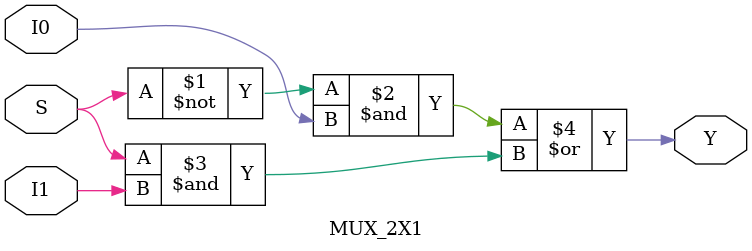
<source format=v>
module MUX_8X1(
  input [7:0]I,
  input s0,s1,s2,
  output Y
);
  wire w1,w2,w3,w4,w5,w6;
  
  //Level 1
  MUX_2X1 M1(.I0(I[0]),.I1(I[1]),.S(s0),.Y(w1));
  MUX_2X1 M2(.I0(I[2]),.I1(I[3]),.S(s0),.Y(w2));
  MUX_2X1 M3(.I0(I[4]),.I1(I[5]),.S(s0),.Y(w3));
  MUX_2X1 M4(.I0(I[6]),.I1(I[7]),.S(s0),.Y(w4));
  
  //Level 2
  MUX_2X1 M5(.I0(w1),.I1(w2),.S(s1),.Y(w5));
  MUX_2X1 M6(.I0(w3),.I1(w4),.S(s1),.Y(w6));
  
  //Level 3
  MUX_2X1 M7(.I0(w5),.I1(w6),.S(s2),.Y(Y));
  
endmodule


module MUX_2X1(
  input I0,I1,S,
  output Y
);
    assign Y=~S&I0|S&I1; 
  
endmodule
</source>
